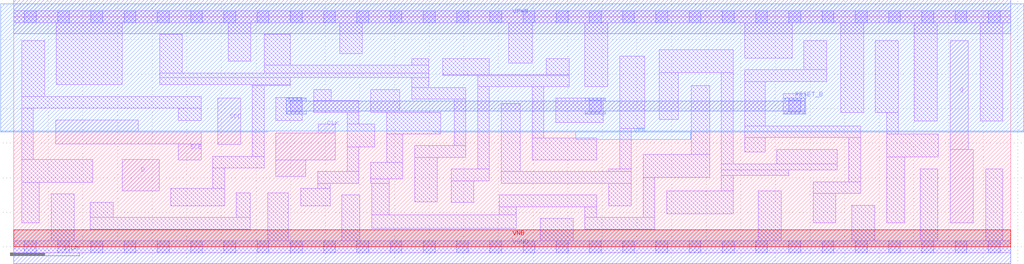
<source format=lef>
# Copyright 2020 The SkyWater PDK Authors
#
# Licensed under the Apache License, Version 2.0 (the "License");
# you may not use this file except in compliance with the License.
# You may obtain a copy of the License at
#
#     https://www.apache.org/licenses/LICENSE-2.0
#
# Unless required by applicable law or agreed to in writing, software
# distributed under the License is distributed on an "AS IS" BASIS,
# WITHOUT WARRANTIES OR CONDITIONS OF ANY KIND, either express or implied.
# See the License for the specific language governing permissions and
# limitations under the License.
#
# SPDX-License-Identifier: Apache-2.0

VERSION 5.7 ;
  NOWIREEXTENSIONATPIN ON ;
  DIVIDERCHAR "/" ;
  BUSBITCHARS "[]" ;
MACRO sky130_fd_sc_ms__sdfrtp_2
  CLASS CORE ;
  FOREIGN sky130_fd_sc_ms__sdfrtp_2 ;
  ORIGIN  0.000000  0.000000 ;
  SIZE  14.40000 BY  3.330000 ;
  SYMMETRY X Y R90 ;
  SITE unit ;
  PIN D
    ANTENNAGATEAREA  0.178200 ;
    DIRECTION INPUT ;
    USE SIGNAL ;
    PORT
      LAYER li1 ;
        RECT 1.565000 0.810000 2.100000 1.265000 ;
    END
  END D
  PIN Q
    ANTENNADIFFAREA  0.509600 ;
    DIRECTION OUTPUT ;
    USE SIGNAL ;
    PORT
      LAYER li1 ;
        RECT 13.525000 0.350000 13.855000 1.410000 ;
        RECT 13.525000 1.410000 13.785000 2.980000 ;
    END
  END Q
  PIN RESET_B
    ANTENNAGATEAREA  0.455400 ;
    DIRECTION INPUT ;
    USE SIGNAL ;
    PORT
      LAYER met1 ;
        RECT  3.935000 1.920000  4.225000 1.965000 ;
        RECT  3.935000 1.965000 11.425000 2.105000 ;
        RECT  3.935000 2.105000  4.225000 2.150000 ;
        RECT  8.255000 1.920000  8.545000 1.965000 ;
        RECT  8.255000 2.105000  8.545000 2.150000 ;
        RECT 11.135000 1.920000 11.425000 1.965000 ;
        RECT 11.135000 2.105000 11.425000 2.150000 ;
    END
  END RESET_B
  PIN SCD
    ANTENNAGATEAREA  0.178200 ;
    DIRECTION INPUT ;
    USE SIGNAL ;
    PORT
      LAYER li1 ;
        RECT 2.945000 1.480000 3.275000 2.150000 ;
    END
  END SCD
  PIN SCE
    ANTENNAGATEAREA  0.356400 ;
    DIRECTION INPUT ;
    USE SIGNAL ;
    PORT
      LAYER li1 ;
        RECT 0.605000 1.490000 2.705000 1.660000 ;
        RECT 0.605000 1.660000 1.795000 1.835000 ;
        RECT 2.375000 1.260000 2.705000 1.490000 ;
    END
  END SCE
  PIN CLK
    ANTENNAGATEAREA  0.312600 ;
    DIRECTION INPUT ;
    USE CLOCK ;
    PORT
      LAYER li1 ;
        RECT 3.785000 1.015000 4.220000 1.260000 ;
        RECT 3.785000 1.260000 4.645000 1.650000 ;
        RECT 4.395000 1.650000 4.645000 1.775000 ;
    END
  END CLK
  PIN VGND
    DIRECTION INOUT ;
    USE GROUND ;
    PORT
      LAYER met1 ;
        RECT 0.000000 -0.245000 14.400000 0.245000 ;
    END
  END VGND
  PIN VNB
    DIRECTION INOUT ;
    USE GROUND ;
    PORT
      LAYER pwell ;
        RECT 0.000000 0.000000 14.400000 0.245000 ;
    END
  END VNB
  PIN VPB
    DIRECTION INOUT ;
    USE POWER ;
    PORT
      LAYER nwell ;
        RECT -0.190000 1.660000  3.660000 1.675000 ;
        RECT -0.190000 1.675000 14.590000 3.520000 ;
        RECT  6.050000 1.660000 14.590000 1.675000 ;
        RECT  8.120000 1.555000  9.780000 1.660000 ;
    END
  END VPB
  PIN VPWR
    DIRECTION INOUT ;
    USE POWER ;
    PORT
      LAYER met1 ;
        RECT 0.000000 3.085000 14.400000 3.575000 ;
    END
  END VPWR
  OBS
    LAYER li1 ;
      RECT  0.000000 -0.085000 14.400000 0.085000 ;
      RECT  0.000000  3.245000 14.400000 3.415000 ;
      RECT  0.115000  0.350000  0.365000 0.935000 ;
      RECT  0.115000  0.935000  1.140000 1.265000 ;
      RECT  0.115000  1.265000  0.285000 2.005000 ;
      RECT  0.115000  2.005000  2.705000 2.175000 ;
      RECT  0.115000  2.175000  0.445000 2.980000 ;
      RECT  0.545000  0.085000  0.875000 0.765000 ;
      RECT  0.615000  2.345000  1.565000 3.245000 ;
      RECT  1.105000  0.255000  3.415000 0.425000 ;
      RECT  1.105000  0.425000  1.435000 0.640000 ;
      RECT  2.105000  2.345000  3.995000 2.445000 ;
      RECT  2.105000  2.445000  5.995000 2.515000 ;
      RECT  2.105000  2.515000  2.435000 3.075000 ;
      RECT  2.270000  0.595000  3.045000 0.845000 ;
      RECT  2.375000  1.830000  2.705000 2.005000 ;
      RECT  2.875000  0.845000  3.045000 1.140000 ;
      RECT  2.875000  1.140000  3.615000 1.310000 ;
      RECT  3.095000  2.685000  3.425000 3.245000 ;
      RECT  3.215000  0.425000  3.415000 0.780000 ;
      RECT  3.445000  1.310000  3.615000 2.330000 ;
      RECT  3.445000  2.330000  3.995000 2.345000 ;
      RECT  3.615000  2.515000  5.995000 2.625000 ;
      RECT  3.615000  2.625000  3.995000 3.075000 ;
      RECT  3.665000  0.085000  3.965000 0.780000 ;
      RECT  3.785000  1.830000  4.165000 2.160000 ;
      RECT  4.145000  0.595000  4.570000 0.845000 ;
      RECT  4.335000  1.945000  4.985000 2.115000 ;
      RECT  4.335000  2.115000  4.585000 2.275000 ;
      RECT  4.390000  0.845000  4.570000 0.920000 ;
      RECT  4.390000  0.920000  4.985000 1.090000 ;
      RECT  4.705000  2.795000  5.035000 3.245000 ;
      RECT  4.740000  0.085000  5.000000 0.750000 ;
      RECT  4.815000  1.090000  4.985000 1.445000 ;
      RECT  4.815000  1.445000  5.215000 1.775000 ;
      RECT  4.815000  1.775000  4.985000 1.945000 ;
      RECT  5.155000  0.920000  5.420000 0.985000 ;
      RECT  5.155000  0.985000  5.620000 1.220000 ;
      RECT  5.155000  1.945000  6.165000 1.965000 ;
      RECT  5.155000  1.965000  5.575000 2.275000 ;
      RECT  5.170000  0.265000  7.255000 0.465000 ;
      RECT  5.170000  0.465000  5.420000 0.920000 ;
      RECT  5.385000  1.220000  5.620000 1.635000 ;
      RECT  5.385000  1.635000  6.165000 1.945000 ;
      RECT  5.745000  2.135000  6.530000 2.305000 ;
      RECT  5.745000  2.305000  5.995000 2.445000 ;
      RECT  5.745000  2.625000  5.995000 2.725000 ;
      RECT  5.790000  0.650000  6.115000 1.295000 ;
      RECT  5.790000  1.295000  6.530000 1.465000 ;
      RECT  6.195000  2.475000  8.020000 2.490000 ;
      RECT  6.195000  2.490000  6.870000 2.725000 ;
      RECT  6.315000  0.645000  6.645000 0.955000 ;
      RECT  6.315000  0.955000  6.870000 1.125000 ;
      RECT  6.360000  1.465000  6.530000 2.135000 ;
      RECT  6.700000  1.125000  6.870000 2.320000 ;
      RECT  6.700000  2.320000  8.020000 2.475000 ;
      RECT  7.015000  0.465000  7.255000 0.580000 ;
      RECT  7.015000  0.580000  8.420000 0.750000 ;
      RECT  7.040000  0.920000  8.920000 1.090000 ;
      RECT  7.040000  1.090000  7.315000 2.075000 ;
      RECT  7.150000  2.660000  7.485000 3.245000 ;
      RECT  7.485000  1.260000  8.420000 1.575000 ;
      RECT  7.485000  1.575000  7.655000 2.320000 ;
      RECT  7.605000  0.085000  8.080000 0.410000 ;
      RECT  7.690000  2.490000  8.020000 2.725000 ;
      RECT  7.825000  1.795000  8.515000 2.150000 ;
      RECT  8.250000  0.255000  9.260000 0.425000 ;
      RECT  8.250000  0.425000  8.420000 0.580000 ;
      RECT  8.250000  2.320000  8.580000 3.245000 ;
      RECT  8.590000  0.595000  8.920000 0.920000 ;
      RECT  8.590000  1.090000  8.920000 1.130000 ;
      RECT  8.750000  1.130000  8.920000 1.715000 ;
      RECT  8.750000  1.715000  9.115000 2.755000 ;
      RECT  9.090000  0.425000  9.260000 1.005000 ;
      RECT  9.090000  1.005000 10.050000 1.335000 ;
      RECT  9.320000  1.840000  9.600000 2.520000 ;
      RECT  9.320000  2.520000 10.390000 2.850000 ;
      RECT  9.430000  0.480000 10.390000 0.810000 ;
      RECT  9.785000  1.335000 10.050000 2.330000 ;
      RECT 10.220000  0.810000 10.390000 1.030000 ;
      RECT 10.220000  1.030000 11.190000 1.110000 ;
      RECT 10.220000  1.110000 11.890000 1.200000 ;
      RECT 10.220000  1.200000 10.390000 2.520000 ;
      RECT 10.560000  1.370000 10.850000 1.580000 ;
      RECT 10.560000  1.580000 12.230000 1.750000 ;
      RECT 10.560000  1.750000 10.850000 2.390000 ;
      RECT 10.560000  2.390000 11.740000 2.560000 ;
      RECT 10.560000  2.730000 11.240000 3.245000 ;
      RECT 10.755000  0.085000 11.085000 0.810000 ;
      RECT 11.020000  1.200000 11.890000 1.410000 ;
      RECT 11.110000  1.920000 11.440000 2.220000 ;
      RECT 11.410000  2.560000 11.740000 2.980000 ;
      RECT 11.545000  0.350000 11.875000 0.770000 ;
      RECT 11.545000  0.770000 12.230000 0.940000 ;
      RECT 11.945000  1.940000 12.275000 3.245000 ;
      RECT 12.060000  0.940000 12.230000 1.580000 ;
      RECT 12.105000  0.085000 12.435000 0.600000 ;
      RECT 12.445000  1.940000 12.775000 2.980000 ;
      RECT 12.605000  0.350000 12.865000 1.300000 ;
      RECT 12.605000  1.300000 13.355000 1.630000 ;
      RECT 12.605000  1.630000 12.775000 1.940000 ;
      RECT 13.005000  1.820000 13.335000 3.245000 ;
      RECT 13.095000  0.085000 13.345000 1.130000 ;
      RECT 13.955000  1.820000 14.285000 3.245000 ;
      RECT 14.035000  0.085000 14.285000 1.130000 ;
    LAYER mcon ;
      RECT  0.155000 -0.085000  0.325000 0.085000 ;
      RECT  0.155000  3.245000  0.325000 3.415000 ;
      RECT  0.635000 -0.085000  0.805000 0.085000 ;
      RECT  0.635000  3.245000  0.805000 3.415000 ;
      RECT  1.115000 -0.085000  1.285000 0.085000 ;
      RECT  1.115000  3.245000  1.285000 3.415000 ;
      RECT  1.595000 -0.085000  1.765000 0.085000 ;
      RECT  1.595000  3.245000  1.765000 3.415000 ;
      RECT  2.075000 -0.085000  2.245000 0.085000 ;
      RECT  2.075000  3.245000  2.245000 3.415000 ;
      RECT  2.555000 -0.085000  2.725000 0.085000 ;
      RECT  2.555000  3.245000  2.725000 3.415000 ;
      RECT  3.035000 -0.085000  3.205000 0.085000 ;
      RECT  3.035000  3.245000  3.205000 3.415000 ;
      RECT  3.515000 -0.085000  3.685000 0.085000 ;
      RECT  3.515000  3.245000  3.685000 3.415000 ;
      RECT  3.995000 -0.085000  4.165000 0.085000 ;
      RECT  3.995000  1.950000  4.165000 2.120000 ;
      RECT  3.995000  3.245000  4.165000 3.415000 ;
      RECT  4.475000 -0.085000  4.645000 0.085000 ;
      RECT  4.475000  3.245000  4.645000 3.415000 ;
      RECT  4.955000 -0.085000  5.125000 0.085000 ;
      RECT  4.955000  3.245000  5.125000 3.415000 ;
      RECT  5.435000 -0.085000  5.605000 0.085000 ;
      RECT  5.435000  3.245000  5.605000 3.415000 ;
      RECT  5.915000 -0.085000  6.085000 0.085000 ;
      RECT  5.915000  3.245000  6.085000 3.415000 ;
      RECT  6.395000 -0.085000  6.565000 0.085000 ;
      RECT  6.395000  3.245000  6.565000 3.415000 ;
      RECT  6.875000 -0.085000  7.045000 0.085000 ;
      RECT  6.875000  3.245000  7.045000 3.415000 ;
      RECT  7.355000 -0.085000  7.525000 0.085000 ;
      RECT  7.355000  3.245000  7.525000 3.415000 ;
      RECT  7.835000 -0.085000  8.005000 0.085000 ;
      RECT  7.835000  3.245000  8.005000 3.415000 ;
      RECT  8.315000 -0.085000  8.485000 0.085000 ;
      RECT  8.315000  1.950000  8.485000 2.120000 ;
      RECT  8.315000  3.245000  8.485000 3.415000 ;
      RECT  8.795000 -0.085000  8.965000 0.085000 ;
      RECT  8.795000  3.245000  8.965000 3.415000 ;
      RECT  9.275000 -0.085000  9.445000 0.085000 ;
      RECT  9.275000  3.245000  9.445000 3.415000 ;
      RECT  9.755000 -0.085000  9.925000 0.085000 ;
      RECT  9.755000  3.245000  9.925000 3.415000 ;
      RECT 10.235000 -0.085000 10.405000 0.085000 ;
      RECT 10.235000  3.245000 10.405000 3.415000 ;
      RECT 10.715000 -0.085000 10.885000 0.085000 ;
      RECT 10.715000  3.245000 10.885000 3.415000 ;
      RECT 11.195000 -0.085000 11.365000 0.085000 ;
      RECT 11.195000  1.950000 11.365000 2.120000 ;
      RECT 11.195000  3.245000 11.365000 3.415000 ;
      RECT 11.675000 -0.085000 11.845000 0.085000 ;
      RECT 11.675000  3.245000 11.845000 3.415000 ;
      RECT 12.155000 -0.085000 12.325000 0.085000 ;
      RECT 12.155000  3.245000 12.325000 3.415000 ;
      RECT 12.635000 -0.085000 12.805000 0.085000 ;
      RECT 12.635000  3.245000 12.805000 3.415000 ;
      RECT 13.115000 -0.085000 13.285000 0.085000 ;
      RECT 13.115000  3.245000 13.285000 3.415000 ;
      RECT 13.595000 -0.085000 13.765000 0.085000 ;
      RECT 13.595000  3.245000 13.765000 3.415000 ;
      RECT 14.075000 -0.085000 14.245000 0.085000 ;
      RECT 14.075000  3.245000 14.245000 3.415000 ;
  END
END sky130_fd_sc_ms__sdfrtp_2
END LIBRARY

</source>
